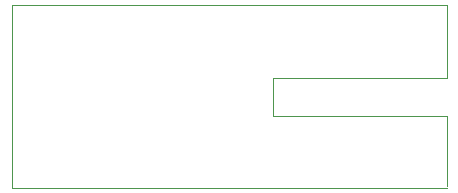
<source format=gm1>
%FSLAX25Y25*%
%MOIN*%
G70*
G01*
G75*
G04 Layer_Color=16711935*
%ADD10C,0.05906*%
%ADD11R,0.05906X0.05906*%
%ADD12R,0.08000X0.06000*%
%ADD13O,0.08000X0.06000*%
%ADD14C,0.12000*%
%ADD15C,0.02000*%
%ADD16C,0.00787*%
%ADD17C,0.01000*%
%ADD18C,0.06706*%
%ADD19R,0.06706X0.06706*%
%ADD20R,0.08800X0.06800*%
%ADD21O,0.08800X0.06800*%
%ADD22C,0.12800*%
%ADD23C,0.00400*%
D23*
X145000Y500D02*
Y24000D01*
X87000D02*
X145000D01*
X87000Y36500D02*
X145000D01*
Y61000D01*
X0Y0D02*
X145000D01*
X0D02*
Y61000D01*
X145000D01*
X87000Y24000D02*
Y36500D01*
M02*

</source>
